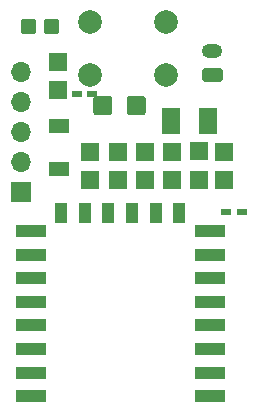
<source format=gbr>
G04 #@! TF.GenerationSoftware,KiCad,Pcbnew,(5.1.9)-1*
G04 #@! TF.CreationDate,2021-03-01T14:20:39+01:00*
G04 #@! TF.ProjectId,button_timer_v1.2.1_lipo,62757474-6f6e-45f7-9469-6d65725f7631,rev?*
G04 #@! TF.SameCoordinates,Original*
G04 #@! TF.FileFunction,Soldermask,Top*
G04 #@! TF.FilePolarity,Negative*
%FSLAX46Y46*%
G04 Gerber Fmt 4.6, Leading zero omitted, Abs format (unit mm)*
G04 Created by KiCad (PCBNEW (5.1.9)-1) date 2021-03-01 14:20:39*
%MOMM*%
%LPD*%
G01*
G04 APERTURE LIST*
%ADD10R,2.500000X1.000000*%
%ADD11R,1.000000X1.800000*%
%ADD12R,1.650000X2.250000*%
%ADD13R,0.900000X0.620000*%
%ADD14R,1.500000X1.500000*%
%ADD15R,1.700000X1.300000*%
%ADD16O,1.700000X1.700000*%
%ADD17R,1.700000X1.700000*%
%ADD18C,2.000000*%
%ADD19O,1.750000X1.200000*%
G04 APERTURE END LIST*
D10*
G04 #@! TO.C,X1*
X118000000Y-93700000D03*
X118000000Y-91700000D03*
X118000000Y-89700000D03*
X118000000Y-87700000D03*
X118000000Y-85700000D03*
X118000000Y-83700000D03*
X118000000Y-81700000D03*
X118000000Y-79700000D03*
D11*
X120600000Y-78200000D03*
X122600000Y-78200000D03*
X124600000Y-78200000D03*
X126600000Y-78200000D03*
X128600000Y-78200000D03*
X130600000Y-78200000D03*
D10*
X133200000Y-79700000D03*
X133200000Y-81700000D03*
X133200000Y-83700000D03*
X133200000Y-85700000D03*
X133200000Y-87700000D03*
X133200000Y-89700000D03*
X133200000Y-91700000D03*
X133200000Y-93700000D03*
G04 #@! TD*
G04 #@! TO.C,D2*
G36*
G01*
X126154500Y-69663000D02*
X126154500Y-68513000D01*
G75*
G02*
X126404500Y-68263000I250000J0D01*
G01*
X127504500Y-68263000D01*
G75*
G02*
X127754500Y-68513000I0J-250000D01*
G01*
X127754500Y-69663000D01*
G75*
G02*
X127504500Y-69913000I-250000J0D01*
G01*
X126404500Y-69913000D01*
G75*
G02*
X126154500Y-69663000I0J250000D01*
G01*
G37*
G36*
G01*
X123304500Y-69663000D02*
X123304500Y-68513000D01*
G75*
G02*
X123554500Y-68263000I250000J0D01*
G01*
X124654500Y-68263000D01*
G75*
G02*
X124904500Y-68513000I0J-250000D01*
G01*
X124904500Y-69663000D01*
G75*
G02*
X124654500Y-69913000I-250000J0D01*
G01*
X123554500Y-69913000D01*
G75*
G02*
X123304500Y-69663000I0J250000D01*
G01*
G37*
G04 #@! TD*
G04 #@! TO.C,D1*
G36*
G01*
X118500000Y-61999999D02*
X118500000Y-62800001D01*
G75*
G02*
X118250001Y-63050000I-249999J0D01*
G01*
X117424999Y-63050000D01*
G75*
G02*
X117175000Y-62800001I0J249999D01*
G01*
X117175000Y-61999999D01*
G75*
G02*
X117424999Y-61750000I249999J0D01*
G01*
X118250001Y-61750000D01*
G75*
G02*
X118500000Y-61999999I0J-249999D01*
G01*
G37*
G36*
G01*
X120425000Y-61999999D02*
X120425000Y-62800001D01*
G75*
G02*
X120175001Y-63050000I-249999J0D01*
G01*
X119349999Y-63050000D01*
G75*
G02*
X119100000Y-62800001I0J249999D01*
G01*
X119100000Y-61999999D01*
G75*
G02*
X119349999Y-61750000I249999J0D01*
G01*
X120175001Y-61750000D01*
G75*
G02*
X120425000Y-61999999I0J-249999D01*
G01*
G37*
G04 #@! TD*
D12*
G04 #@! TO.C,C6*
X129925480Y-70429120D03*
X133025480Y-70429120D03*
G04 #@! TD*
D13*
G04 #@! TO.C,C7*
X134574520Y-78074520D03*
X135874520Y-78074520D03*
G04 #@! TD*
D14*
G04 #@! TO.C,R9*
X130000000Y-75400000D03*
X130000000Y-73000000D03*
G04 #@! TD*
G04 #@! TO.C,R7*
X120300000Y-67800000D03*
X120300000Y-65400000D03*
G04 #@! TD*
G04 #@! TO.C,R5*
X123000000Y-75400000D03*
X123000000Y-73000000D03*
G04 #@! TD*
G04 #@! TO.C,R4*
X127700000Y-75400000D03*
X127700000Y-73000000D03*
G04 #@! TD*
G04 #@! TO.C,R3*
X132257800Y-75368000D03*
X132257800Y-72968000D03*
G04 #@! TD*
G04 #@! TO.C,R2*
X125400000Y-75400000D03*
X125400000Y-73000000D03*
G04 #@! TD*
G04 #@! TO.C,R1*
X134416800Y-75418800D03*
X134416800Y-73018800D03*
G04 #@! TD*
D15*
G04 #@! TO.C,SW2*
X120396000Y-70794000D03*
X120396000Y-74494000D03*
G04 #@! TD*
D16*
G04 #@! TO.C,J1*
X117200000Y-66240000D03*
X117200000Y-68780000D03*
X117200000Y-71320000D03*
X117200000Y-73860000D03*
D17*
X117200000Y-76400000D03*
G04 #@! TD*
D18*
G04 #@! TO.C,SW1*
X129500000Y-62000000D03*
X129500000Y-66500000D03*
X123000000Y-62000000D03*
X123000000Y-66500000D03*
G04 #@! TD*
D13*
G04 #@! TO.C,C4*
X123205000Y-68072000D03*
X121905000Y-68072000D03*
G04 #@! TD*
D19*
G04 #@! TO.C,BT1*
X133400000Y-64500000D03*
G36*
G01*
X134025001Y-67100000D02*
X132774999Y-67100000D01*
G75*
G02*
X132525000Y-66850001I0J249999D01*
G01*
X132525000Y-66149999D01*
G75*
G02*
X132774999Y-65900000I249999J0D01*
G01*
X134025001Y-65900000D01*
G75*
G02*
X134275000Y-66149999I0J-249999D01*
G01*
X134275000Y-66850001D01*
G75*
G02*
X134025001Y-67100000I-249999J0D01*
G01*
G37*
G04 #@! TD*
M02*

</source>
